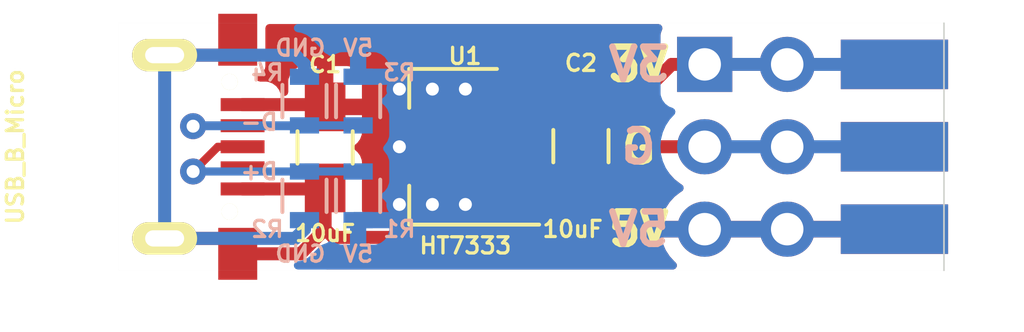
<source format=kicad_pcb>
(kicad_pcb (version 20221018) (generator pcbnew)
  (layers (0 "F.Cu" signal) (31 "B.Cu" signal) (34 "B.Paste" user) (35 "F.Paste" user) (36 "B.SilkS" user "B.Silkscreen") (37 "F.SilkS" user "F.Silkscreen") (38 "B.Mask" user) (39 "F.Mask" user) (44 "Edge.Cuts" user))
  (net 0 "")
  (net 1 "+5V")
  (net 2 "GND")
  (net 3 "+3V3")
  (net 4 "Net-(J1-Pad4)")
  (net 5 "/D+")
  (net 6 "/D-")
  (footprint "Pin_Headers:Pin_Header_Straight_2x03_Pitch2.54mm" (layer "F.Cu") (at 43.434 26.67)
    (fp_text reference "J2" hide)
    (fp_text value "Conn_02x03_Odd_Even")
    (pad "1" thru_hole rect locked (at 0 0) (size 1.7 1.7) (drill 1) (layers "*.Cu" "*.Mask") (net 3 "+3V3"))
    (pad "2" thru_hole oval locked (at 2.54 0) (size 1.7 1.7) (drill 1) (layers "*.Cu" "*.Mask") (net 3 "+3V3"))
    (pad "3" thru_hole oval locked (at 0 2.54) (size 1.7 1.7) (drill 1) (layers "*.Cu" "*.Mask") (net 2 "GND"))
    (pad "4" thru_hole oval locked (at 2.54 2.54) (size 1.7 1.7) (drill 1) (layers "*.Cu" "*.Mask") (net 2 "GND"))
    (pad "5" thru_hole oval locked (at 0 5.08) (size 1.7 1.7) (drill 1) (layers "*.Cu" "*.Mask") (net 1 "+5V"))
    (pad "6" thru_hole oval locked (at 2.54 5.08) (size 1.7 1.7) (drill 1) (layers "*.Cu" "*.Mask") (net 1 "+5V"))
  )
  (footprint "Connectors:USB_Micro-B_Female_Wellco_AUSB_1011_05S2" (layer "F.Cu") (at 29.21 29.21 -90)
    (fp_text reference "J1" hide)
    (fp_text value "USB_B_Micro" (at 0 7 90) (layer "F.SilkS") (effects (font (size 0.5 0.5) (thickness 0.1))))
    (pad "" np_thru_hole circle (at -2 0.4 90) (size 0.5 0.5) (drill 0.5) (layers "*.Cu" "*.Mask" "F.SilkS") (clearance 0.249999))
    (pad "" np_thru_hole circle (at 2 0.4 90) (size 0.5 0.5) (drill 0.5) (layers "*.Cu" "*.Mask" "F.SilkS") (clearance 0.24999))
    (pad "1" smd rect (at -1.3 0 90) (size 0.4 1.35) (layers "F.Cu" "F.Paste" "F.Mask") (net 1 "+5V") (clearance 0.24999))
    (pad "2" smd rect (at -0.65 0 90) (size 0.4 1.35) (layers "F.Cu" "F.Paste" "F.Mask") (net 6 "/D-") (clearance 0.25))
    (pad "3" smd rect (at 0 0 90) (size 0.4 1.35) (layers "F.Cu" "F.Paste" "F.Mask") (net 5 "/D+") (clearance 0.25))
    (pad "4" smd rect (at 0.65 0 90) (size 0.4 1.35) (layers "F.Cu" "F.Paste" "F.Mask") (net 4 "Net-(J1-Pad4)") (clearance 0.25))
    (pad "5" smd rect (at 1.3 0 90) (size 0.4 1.35) (layers "F.Cu" "F.Paste" "F.Mask") (net 2 "GND") (clearance 0.24999))
    (pad "6" smd rect (at -3.3 0.15 90) (size 1.6 1.2) (layers "F.Cu" "F.Paste" "F.Mask") (net 2 "GND") (clearance 0.249999))
    (pad "6" thru_hole oval (at -2.825 2.4 90) (size 1 2) (drill oval 0.5 1.2) (layers "*.Cu" "*.Mask" "F.SilkS") (net 2 "GND") (clearance 0.25))
    (pad "6" thru_hole oval (at 2.825 2.4 90) (size 1 2) (drill oval 0.5 1.2) (layers "*.Cu" "*.Mask" "F.SilkS") (net 2 "GND") (clearance 0.25))
    (pad "6" smd rect (at 3.3 0.15 90) (size 1.6 1.2) (layers "F.Cu" "F.Paste" "F.Mask") (net 2 "GND") (clearance 0.24999))
  )
  (footprint "Capacitors_SMD:C_0805_HandSoldering" (layer "F.Cu") (at 31.75 29.23 -90)
    (fp_text reference "C1" (at -2.56 0 180) (layer "F.SilkS") (effects (font (size 0.5 0.5) (thickness 0.1))))
    (fp_text value "10uF" (at 2.647 0 180) (layer "F.SilkS") (effects (font (size 0.5 0.5) (thickness 0.1))))
    (fp_line (start -0.5 0.85) (end 0.5 0.85) (stroke (width 0.12)) (layer "F.SilkS"))
    (fp_line (start 0.5 -0.85) (end -0.5 -0.85) (stroke (width 0.12)) (layer "F.SilkS"))
    (pad "1" smd rect (at -1.25 0 270) (size 1.5 1.25) (layers "F.Cu" "F.Paste" "F.Mask") (net 1 "+5V"))
    (pad "2" smd rect (at 1.25 0 270) (size 1.5 1.25) (layers "F.Cu" "F.Paste" "F.Mask") (net 2 "GND"))
  )
  (footprint "TO_SOT_Packages_SMD:SOT-89-3" (layer "F.Cu") (at 36.1188 29.21 180)
    (fp_text reference "U1" (at 0.0635 2.794) (layer "F.SilkS") (effects (font (size 0.5 0.5) (thickness 0.1))))
    (fp_text value "HT7333" (at 0.0508 -3.048) (layer "F.SilkS") (effects (font (size 0.5 0.5) (thickness 0.1))))
    (fp_line (start -2.22 -2.4) (end 1.78 -2.4) (stroke (width 0.12)) (layer "F.SilkS"))
    (fp_line (start 1.78 -2.4) (end 1.78 -1.2) (stroke (width 0.12)) (layer "F.SilkS"))
    (fp_line (start 1.78 1.2) (end 1.78 2.4) (stroke (width 0.12)) (layer "F.SilkS"))
    (fp_line (start 1.78 2.4) (end -0.92 2.4) (stroke (width 0.12)) (layer "F.SilkS"))
    (pad "1" smd rect (at -1.48 -1.5 90) (size 1 1.5) (layers "F.Cu" "F.Paste" "F.Mask") (net 2 "GND"))
    (pad "2" smd rect (at -1.3335 0 90) (size 1 1.8) (layers "F.Cu" "F.Paste" "F.Mask") (net 1 "+5V"))
    (pad "2" smd trapezoid (at -0.0762 0 270) (size 1.5 1) (rect_delta 0 0.7) (layers "F.Cu" "F.Paste" "F.Mask") (net 1 "+5V"))
    (pad "2" smd rect (at 1.3335 0 90) (size 2.2 1.84) (layers "F.Cu" "F.Paste" "F.Mask") (net 1 "+5V"))
    (pad "2" smd trapezoid (at 2.667 0 90) (size 1.6 0.85) (rect_delta 0 0.6) (layers "F.Cu" "F.Paste" "F.Mask") (net 1 "+5V"))
    (pad "3" smd rect (at -1.48 1.5 90) (size 1 1.5) (layers "F.Cu" "F.Paste" "F.Mask") (net 3 "+3V3"))
  )
  (footprint "Capacitors_SMD:C_0805_HandSoldering" (layer "F.Cu") (at 39.624 29.19 -90)
    (fp_text reference "C2" (at -2.56 0 180) (layer "F.SilkS") (effects (font (size 0.5 0.5) (thickness 0.1))))
    (fp_text value "10uF" (at 2.56 0.254 180) (layer "F.SilkS") (effects (font (size 0.5 0.5) (thickness 0.1))))
    (fp_line (start -0.5 0.85) (end 0.5 0.85) (stroke (width 0.12)) (layer "F.SilkS"))
    (fp_line (start 0.5 -0.85) (end -0.5 -0.85) (stroke (width 0.12)) (layer "F.SilkS"))
    (pad "1" smd rect (at -1.25 0 270) (size 1.5 1.25) (layers "F.Cu" "F.Paste" "F.Mask") (net 3 "+3V3"))
    (pad "2" smd rect (at 1.25 0 270) (size 1.5 1.25) (layers "F.Cu" "F.Paste" "F.Mask") (net 2 "GND"))
  )
  (footprint "2.54mm_Pin_Headers:Edge_2x03" (layer "B.Cu") (at 49.276 26.67 -90)
    (fp_text reference "J3" hide)
    (fp_text value "Conn_02x03_Odd_Even" hide)
    (pad "1" smd rect locked (at 0 0 270) (size 1.524 3.302) (layers "B.Cu" "B.Paste" "B.Mask") (net 3 "+3V3"))
    (pad "2" smd rect locked (at 0 0 270) (size 1.524 3.302) (layers "F.Cu" "F.Paste" "F.Mask") (net 3 "+3V3"))
    (pad "3" smd rect locked (at 2.54 0 270) (size 1.524 3.302) (layers "B.Cu" "B.Paste" "B.Mask") (net 2 "GND"))
    (pad "4" smd rect locked (at 2.54 0 270) (size 1.524 3.302) (layers "F.Cu" "F.Paste" "F.Mask") (net 2 "GND"))
    (pad "5" smd rect locked (at 5.08 0 270) (size 1.524 3.302) (layers "B.Cu" "B.Paste" "B.Mask") (net 1 "+5V"))
    (pad "6" smd rect locked (at 5.08 0 270) (size 1.524 3.302) (layers "F.Cu" "F.Paste" "F.Mask") (net 1 "+5V"))
  )
  (footprint "Resistors_SMD:R_0603" (layer "B.Cu") (at 32.766 27.801 -90)
    (fp_text reference "R3" (at -0.877 -1.27 180) (layer "B.SilkS") (effects (font (size 0.5 0.5) (thickness 0.1)) (justify mirror)))
    (fp_text value "R")
    (fp_line (start -0.5 0.68) (end 0.5 0.68) (stroke (width 0.12)) (layer "B.SilkS"))
    (fp_line (start 0.5 -0.68) (end -0.5 -0.68) (stroke (width 0.12)) (layer "B.SilkS"))
    (pad "1" smd rect (at -0.75 0 270) (size 0.5 0.9) (layers "B.Cu" "B.Paste" "B.Mask") (net 1 "+5V"))
    (pad "2" smd rect (at 0.75 0 270) (size 0.5 0.9) (layers "B.Cu" "B.Paste" "B.Mask") (net 6 "/D-"))
  )
  (footprint "Resistors_SMD:R_0603" (layer "B.Cu") (at 31.115 27.801 90)
    (fp_text reference "R4" (at 0.877 -1.143 180) (layer "B.SilkS") (effects (font (size 0.5 0.5) (thickness 0.1)) (justify mirror)))
    (fp_text value "R")
    (fp_line (start -0.5 0.68) (end 0.5 0.68) (stroke (width 0.12)) (layer "B.SilkS"))
    (fp_line (start 0.5 -0.68) (end -0.5 -0.68) (stroke (width 0.12)) (layer "B.SilkS"))
    (pad "1" smd rect (at -0.75 0 90) (size 0.5 0.9) (layers "B.Cu" "B.Paste" "B.Mask") (net 6 "/D-"))
    (pad "2" smd rect (at 0.75 0 90) (size 0.5 0.9) (layers "B.Cu" "B.Paste" "B.Mask") (net 2 "GND"))
  )
  (footprint "Resistors_SMD:R_0603" (layer "B.Cu") (at 32.766 30.722 -90)
    (fp_text reference "R1" (at 1.028 -1.27 180) (layer "B.SilkS") (effects (font (size 0.5 0.5) (thickness 0.1)) (justify mirror)))
    (fp_text value "R")
    (fp_line (start -0.5 0.68) (end 0.5 0.68) (stroke (width 0.12)) (layer "B.SilkS"))
    (fp_line (start 0.5 -0.68) (end -0.5 -0.68) (stroke (width 0.12)) (layer "B.SilkS"))
    (pad "1" smd rect (at -0.75 0 270) (size 0.5 0.9) (layers "B.Cu" "B.Paste" "B.Mask") (net 5 "/D+"))
    (pad "2" smd rect (at 0.75 0 270) (size 0.5 0.9) (layers "B.Cu" "B.Paste" "B.Mask") (net 1 "+5V"))
  )
  (footprint "Resistors_SMD:R_0603" (layer "B.Cu") (at 31.115 30.722 -90)
    (fp_text reference "R2" (at 1.028 1.143 180) (layer "B.SilkS") (effects (font (size 0.5 0.5) (thickness 0.1)) (justify mirror)))
    (fp_text value "R")
    (fp_line (start -0.5 0.68) (end 0.5 0.68) (stroke (width 0.12)) (layer "B.SilkS"))
    (fp_line (start 0.5 -0.68) (end -0.5 -0.68) (stroke (width 0.12)) (layer "B.SilkS"))
    (pad "1" smd rect (at -0.75 0 270) (size 0.5 0.9) (layers "B.Cu" "B.Paste" "B.Mask") (net 5 "/D+"))
    (pad "2" smd rect (at 0.75 0 270) (size 0.5 0.9) (layers "B.Cu" "B.Paste" "B.Mask") (net 2 "GND"))
  )
  (gr_line (start 25.4 25.4) (end 25.4 33.02) (stroke (width 0.001)) (layer "Edge.Cuts"))
  (gr_line (start 50.8 33.02) (end 25.4 33.02) (stroke (width 0.001)) (layer "Edge.Cuts"))
  (gr_line (start 50.8 25.4) (end 50.8 33.02) (stroke (width 0.05)) (layer "Edge.Cuts"))
  (gr_line (start 25.4 25.4) (end 50.8 25.4) (stroke (width 0.001)) (layer "Edge.Cuts"))
  (gr_text "3V\n" (at 41.402 26.67) (layer "B.SilkS") (effects (font (size 1 1) (thickness 0.2)) (justify mirror)))
  (gr_text "G" (at 41.402 29.21) (layer "B.SilkS") (effects (font (size 1 1) (thickness 0.2)) (justify mirror)))
  (gr_text "5V" (at 41.402 31.75) (layer "B.SilkS") (effects (font (size 1 1) (thickness 0.2)) (justify mirror)))
  (gr_text "D+" (at 29.718 29.972) (layer "B.SilkS") (effects (font (size 0.5 0.5) (thickness 0.1)) (justify mirror)))
  (gr_text "D-" (at 29.718 28.448) (layer "B.SilkS") (effects (font (size 0.5 0.5) (thickness 0.1)) (justify mirror)))
  (gr_text "GND" (at 30.988 32.512) (layer "B.SilkS") (effects (font (size 0.5 0.5) (thickness 0.1)) (justify mirror)))
  (gr_text "5V" (at 32.766 32.512) (layer "B.SilkS") (effects (font (size 0.5 0.5) (thickness 0.1)) (justify mirror)))
  (gr_text "5V" (at 32.766 26.162) (layer "B.SilkS") (effects (font (size 0.5 0.5) (thickness 0.1)) (justify mirror)))
  (gr_text "GND" (at 30.988 26.162) (layer "B.SilkS") (effects (font (size 0.5 0.5) (thickness 0.1)) (justify mirror)))
  (gr_text "G" (at 41.402 29.21) (layer "F.SilkS") (effects (font (size 1 1) (thickness 0.2))))
  (gr_text "3V\n" (at 41.402 26.67) (layer "F.SilkS") (effects (font (size 1 1) (thickness 0.2))))
  (gr_text "5V" (at 41.402 31.75) (layer "F.SilkS") (effects (font (size 1 1) (thickness 0.2))))
  (segment (start 31.68 27.91) (end 31.75 27.98) (width 0.4) (layer "F.Cu") (net 1))
  (segment (start 29.21 27.91) (end 31.68 27.91) (width 0.4) (layer "F.Cu") (net 1))
  (via (at 34.036 29.21) (size 0.8) (drill 0.4) (layers "F.Cu" "B.Cu") (net 1))
  (via (at 35.052 27.432) (size 0.8) (drill 0.4) (layers "F.Cu" "B.Cu") (net 1))
  (via (at 35.052 30.988) (size 0.8) (drill 0.4) (layers "F.Cu" "B.Cu") (net 1))
  (via (at 36.068 30.988) (size 0.8) (drill 0.4) (layers "F.Cu" "B.Cu") (net 1))
  (via (at 34.036 27.432) (size 0.8) (drill 0.4) (layers "F.Cu" "B.Cu") (net 1))
  (via (at 34.036 30.988) (size 0.8) (drill 0.4) (layers "F.Cu" "B.Cu") (net 1))
  (via (at 36.068 27.432) (size 0.8) (drill 0.4) (layers "F.Cu" "B.Cu") (net 1))
  (segment (start 43.434 31.75) (end 45.974 31.75) (width 0.4) (layer "B.Cu") (net 1))
  (segment (start 45.974 31.75) (end 49.276 31.75) (width 0.4) (layer "B.Cu") (net 1))
  (segment (start 31.75 31.75) (end 32.004 32.004) (width 0.4) (layer "F.Cu") (net 2))
  (segment (start 45.974 29.21) (end 43.434 29.21) (width 0.4) (layer "F.Cu") (net 2))
  (segment (start 26.81 26.385) (end 28.585 26.385) (width 0.4) (layer "F.Cu") (net 2))
  (segment (start 30.99 32.51) (end 31.75 31.75) (width 0.4) (layer "F.Cu") (net 2))
  (segment (start 29.21 30.51) (end 31.72 30.51) (width 0.4) (layer "F.Cu") (net 2))
  (segment (start 41.91 29.21) (end 43.434 29.21) (width 0.4) (layer "F.Cu") (net 2))
  (segment (start 37.084 32.004) (end 37.5988 31.4892) (width 0.4) (layer "F.Cu") (net 2))
  (segment (start 45.974 29.21) (end 49.276 29.21) (width 0.4) (layer "F.Cu") (net 2))
  (segment (start 31.72 30.51) (end 31.75 30.48) (width 0.4) (layer "F.Cu") (net 2))
  (segment (start 28.585 32.035) (end 29.06 32.51) (width 0.4) (layer "F.Cu") (net 2))
  (segment (start 37.5988 31.4892) (end 37.5988 30.71) (width 0.4) (layer "F.Cu") (net 2))
  (segment (start 40.68 30.44) (end 41.91 29.21) (width 0.4) (layer "F.Cu") (net 2))
  (segment (start 31.75 30.48) (end 31.75 31.75) (width 0.4) (layer "F.Cu") (net 2))
  (segment (start 39.624 30.44) (end 40.68 30.44) (width 0.4) (layer "F.Cu") (net 2))
  (segment (start 31.75 30.48) (end 31.75 30.734) (width 0.4) (layer "F.Cu") (net 2))
  (segment (start 32.004 32.004) (end 37.084 32.004) (width 0.4) (layer "F.Cu") (net 2))
  (segment (start 26.81 32.035) (end 28.585 32.035) (width 0.4) (layer "F.Cu") (net 2))
  (segment (start 37.5988 30.71) (end 39.735 30.71) (width 0.4) (layer "F.Cu") (net 2))
  (segment (start 28.585 26.385) (end 29.06 25.91) (width 0.4) (layer "F.Cu") (net 2))
  (segment (start 29.06 32.51) (end 30.99 32.51) (width 0.4) (layer "F.Cu") (net 2))
  (segment (start 26.81 32.035) (end 26.81 26.385) (width 0.4) (layer "B.Cu") (net 2))
  (segment (start 45.974 29.21) (end 49.276 29.21) (width 0.4) (layer "B.Cu") (net 2))
  (segment (start 31.115 26.67) (end 31.115 27.051) (width 0.4) (layer "B.Cu") (net 2))
  (segment (start 31.115 31.472) (end 31.115 31.75) (width 0.4) (layer "B.Cu") (net 2))
  (segment (start 26.81 32.035) (end 30.83 32.035) (width 0.4) (layer "B.Cu") (net 2))
  (segment (start 26.81 26.385) (end 30.83 26.385) (width 0.4) (layer "B.Cu") (net 2))
  (segment (start 43.434 29.21) (end 49.276 29.21) (width 0.4) (layer "B.Cu") (net 2))
  (segment (start 30.83 26.385) (end 31.115 26.67) (width 0.4) (layer "B.Cu") (net 2))
  (segment (start 31.115 31.75) (end 30.83 32.035) (width 0.4) (layer "B.Cu") (net 2))
  (segment (start 45.974 26.67) (end 43.434 26.67) (width 0.4) (layer "F.Cu") (net 3))
  (segment (start 37.5988 27.71) (end 39.775 27.71) (width 0.4) (layer "F.Cu") (net 3))
  (segment (start 41.148 27.94) (end 42.418 26.67) (width 0.4) (layer "F.Cu") (net 3))
  (segment (start 45.974 26.67) (end 49.276 26.67) (width 0.4) (layer "F.Cu") (net 3))
  (segment (start 42.418 26.67) (end 43.434 26.67) (width 0.4) (layer "F.Cu") (net 3))
  (segment (start 39.624 27.94) (end 41.148 27.94) (width 0.4) (layer "F.Cu") (net 3))
  (segment (start 45.974 26.67) (end 49.276 26.67) (width 0.4) (layer "B.Cu") (net 3))
  (segment (start 43.434 26.67) (end 49.276 26.67) (width 0.4) (layer "B.Cu") (net 3))
  (segment (start 29.21 29.21) (end 28.448 29.21) (width 0.25) (layer "F.Cu") (net 5))
  (segment (start 28.448 29.21) (end 27.686 29.972) (width 0.25) (layer "F.Cu") (net 5))
  (via (at 27.686 29.972) (size 0.8) (drill 0.4) (layers "F.Cu" "B.Cu") (net 5))
  (segment (start 27.686 29.972) (end 31.115 29.972) (width 0.25) (layer "B.Cu") (net 5))
  (segment (start 31.115 29.972) (end 32.512 29.972) (width 0.25) (layer "B.Cu") (net 5))
  (segment (start 29.21 28.56) (end 27.701 28.56) (width 0.25) (layer "F.Cu") (net 6))
  (segment (start 27.701 28.56) (end 27.686 28.575) (width 0.25) (layer "F.Cu") (net 6))
  (via (at 27.686 28.575) (size 0.8) (drill 0.4) (layers "F.Cu" "B.Cu") (net 6))
  (segment (start 31.115 28.551) (end 32.512 28.551) (width 0.25) (layer "B.Cu") (net 6))
  (segment (start 31.091 28.575) (end 31.115 28.551) (width 0.25) (layer "B.Cu") (net 6))
  (segment (start 27.686 28.575) (end 31.091 28.575) (width 0.25) (layer "B.Cu") (net 6))
  (segment (start 32.766 28.551) (end 27.71 28.551) (width 0.25) (layer "B.Cu") (net 6))
  (segment (start 27.71 28.551) (end 27.686 28.575) (width 0.25) (layer "B.Cu") (net 6))
  (zone (net 1) (net_name "+5V") (layer "F.Cu") (connect_pads (clearance 0.508)) (min_thickness 0.254) (fill yes (thermal_gap 0.508) (thermal_bridge_width 0.508))
    (polygon (pts (xy 50.8 33.02) (xy 25.4 33.02) (xy 25.4 25.4) (xy 50.8 25.4)))
  )
  (zone (net 1) (net_name "+5V") (layer "B.Cu") (connect_pads (clearance 0.508)) (min_thickness 0.254) (fill yes (thermal_gap 0.508) (thermal_bridge_width 0.508))
    (polygon (pts (xy 50.8 33.02) (xy 25.4 33.02) (xy 25.4 25.4) (xy 50.8 25.4)))
  )
)
</source>
